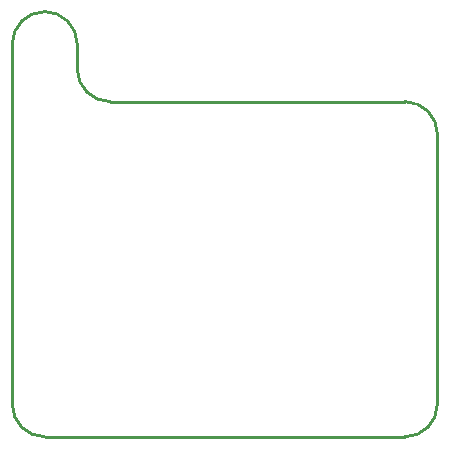
<source format=gm1>
%FSLAX25Y25*%
%MOIN*%
G70*
G01*
G75*
G04 Layer_Color=16711935*
%ADD10C,0.01000*%
%ADD11C,0.00800*%
%ADD12C,0.01200*%
%ADD13C,0.01500*%
%ADD14C,0.03000*%
%ADD15R,0.03150X0.02756*%
%ADD16R,0.02756X0.03150*%
%ADD17R,0.05118X0.05906*%
%ADD18R,0.03937X0.03937*%
%ADD19O,0.01181X0.08268*%
%ADD20O,0.08268X0.01181*%
%ADD21R,0.02362X0.03150*%
%ADD22R,0.05433X0.01772*%
%ADD23R,0.08268X0.05906*%
%ADD24R,0.07480X0.04626*%
%ADD25R,0.07480X0.09350*%
%ADD26R,0.03150X0.02362*%
%ADD27R,0.06102X0.02362*%
%ADD28R,0.07087X0.04724*%
%ADD29R,0.03543X0.03150*%
%ADD30R,0.05512X0.04331*%
%ADD31R,0.03543X0.02559*%
%ADD32R,0.05906X0.02362*%
%ADD33R,0.03543X0.03937*%
%ADD34R,0.01772X0.05512*%
%ADD35R,0.01772X0.05512*%
%ADD36R,0.01772X0.05512*%
%ADD37R,0.02800X0.01375*%
%ADD38R,0.01375X0.02800*%
%ADD39R,0.03150X0.04000*%
%ADD40R,0.01575X0.07677*%
%ADD41R,0.04331X0.02362*%
%ADD42C,0.02000*%
%ADD43C,0.07400*%
G04:AMPARAMS|DCode=44|XSize=74mil|YSize=74mil|CornerRadius=18.5mil|HoleSize=0mil|Usage=FLASHONLY|Rotation=90.000|XOffset=0mil|YOffset=0mil|HoleType=Round|Shape=RoundedRectangle|*
%AMROUNDEDRECTD44*
21,1,0.07400,0.03700,0,0,90.0*
21,1,0.03700,0.07400,0,0,90.0*
1,1,0.03700,0.01850,0.01850*
1,1,0.03700,0.01850,-0.01850*
1,1,0.03700,-0.01850,-0.01850*
1,1,0.03700,-0.01850,0.01850*
%
%ADD44ROUNDEDRECTD44*%
%ADD45C,0.11417*%
G04:AMPARAMS|DCode=46|XSize=74mil|YSize=74mil|CornerRadius=18.5mil|HoleSize=0mil|Usage=FLASHONLY|Rotation=0.000|XOffset=0mil|YOffset=0mil|HoleType=Round|Shape=RoundedRectangle|*
%AMROUNDEDRECTD46*
21,1,0.07400,0.03700,0,0,0.0*
21,1,0.03700,0.07400,0,0,0.0*
1,1,0.03700,0.01850,-0.01850*
1,1,0.03700,-0.01850,-0.01850*
1,1,0.03700,-0.01850,0.01850*
1,1,0.03700,0.01850,0.01850*
%
%ADD46ROUNDEDRECTD46*%
%ADD47C,0.02800*%
%ADD48C,0.03100*%
%ADD49R,0.02362X0.06102*%
%ADD50R,0.04724X0.07087*%
%ADD51C,0.00984*%
%ADD52C,0.02362*%
%ADD53C,0.00787*%
%ADD54C,0.00591*%
%ADD55C,0.00500*%
%ADD56C,0.00394*%
%ADD57R,0.02564X0.01139*%
%ADD58R,0.01139X0.02564*%
%ADD59R,0.03750X0.03356*%
%ADD60R,0.03356X0.03750*%
%ADD61R,0.05718X0.06506*%
%ADD62R,0.04537X0.04537*%
%ADD63O,0.01781X0.08868*%
%ADD64O,0.08868X0.01781*%
%ADD65R,0.02962X0.03750*%
%ADD66R,0.06102X0.02441*%
%ADD67R,0.08868X0.06506*%
%ADD68R,0.08080X0.05226*%
%ADD69R,0.08080X0.09950*%
%ADD70R,0.03750X0.02962*%
%ADD71R,0.06504X0.02764*%
%ADD72R,0.07488X0.05126*%
%ADD73R,0.04143X0.03750*%
%ADD74R,0.06112X0.04931*%
%ADD75R,0.04143X0.03159*%
%ADD76R,0.06506X0.02962*%
%ADD77R,0.04143X0.04537*%
%ADD78R,0.02372X0.06112*%
%ADD79R,0.02372X0.06112*%
%ADD80R,0.02372X0.06112*%
%ADD81R,0.03115X0.01690*%
%ADD82R,0.01690X0.03115*%
%ADD83R,0.02175X0.08277*%
%ADD84R,0.05118X0.03150*%
%ADD85C,0.08000*%
G04:AMPARAMS|DCode=86|XSize=80mil|YSize=80mil|CornerRadius=20mil|HoleSize=0mil|Usage=FLASHONLY|Rotation=90.000|XOffset=0mil|YOffset=0mil|HoleType=Round|Shape=RoundedRectangle|*
%AMROUNDEDRECTD86*
21,1,0.08000,0.04000,0,0,90.0*
21,1,0.04000,0.08000,0,0,90.0*
1,1,0.04000,0.02000,0.02000*
1,1,0.04000,0.02000,-0.02000*
1,1,0.04000,-0.02000,-0.02000*
1,1,0.04000,-0.02000,0.02000*
%
%ADD86ROUNDEDRECTD86*%
%ADD87C,0.12017*%
G04:AMPARAMS|DCode=88|XSize=80mil|YSize=80mil|CornerRadius=20mil|HoleSize=0mil|Usage=FLASHONLY|Rotation=0.000|XOffset=0mil|YOffset=0mil|HoleType=Round|Shape=RoundedRectangle|*
%AMROUNDEDRECTD88*
21,1,0.08000,0.04000,0,0,0.0*
21,1,0.04000,0.08000,0,0,0.0*
1,1,0.04000,0.02000,-0.02000*
1,1,0.04000,-0.02000,-0.02000*
1,1,0.04000,-0.02000,0.02000*
1,1,0.04000,0.02000,0.02000*
%
%ADD88ROUNDEDRECTD88*%
%ADD89R,0.02764X0.06504*%
%ADD90R,0.05126X0.07488*%
D10*
X21773Y152632D02*
G03*
X32600Y141806I10827J0D01*
G01*
X10900Y171806D02*
G03*
X73Y160979I0J-10827D01*
G01*
X21727D02*
G03*
X10900Y171806I-10827J0D01*
G01*
X73Y40900D02*
G03*
X10900Y30073I10827J0D01*
G01*
X130979D02*
G03*
X141806Y40900I0J10827D01*
G01*
Y130979D02*
G03*
X130979Y141806I-10827J0D01*
G01*
X21727Y152568D02*
Y160979D01*
X73Y40900D02*
Y161000D01*
X10900Y30073D02*
X130979D01*
X141806Y40900D02*
Y130979D01*
X32600Y141806D02*
X130979D01*
M02*

</source>
